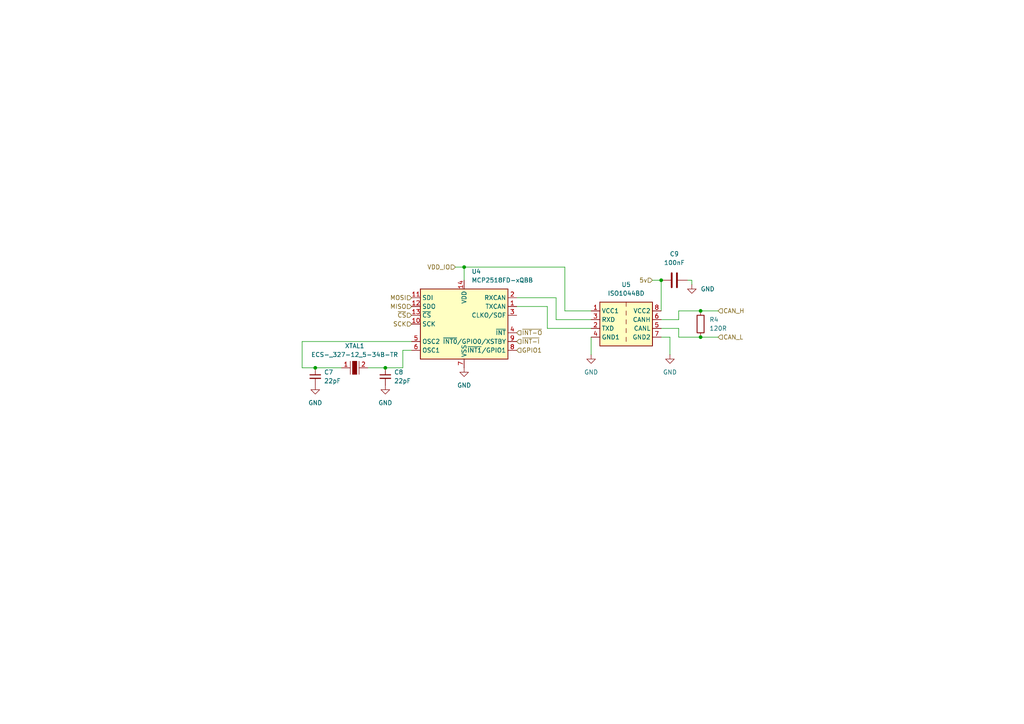
<source format=kicad_sch>
(kicad_sch (version 20250114) (generator "eeschema") (generator_version "9.0")
  (paper "A4")
  (lib_symbols
    (symbol "Device:C" (pin_numbers (hide yes)) (pin_names (offset 0.254))
      (property "Reference" "C" (at 0.635 2.54 0))
      (property "Value" "C" (at 0.635 -2.54 0))
      (symbol "C_0_1"
        (polyline (pts (xy -2.032 0.762) (xy 2.032 0.762)) (stroke (width 0.508)))
        (polyline (pts (xy -2.032 -0.762) (xy 2.032 -0.762)) (stroke (width 0.508)))
      )
      (symbol "C_1_1"
        (pin passive line (at 0 3.81 270) (length 2.794) (name "~") (number "1"))
        (pin passive line (at 0 -3.81 90) (length 2.794) (name "~") (number "2"))
      )
    )
    (symbol "Device:C_Small" (pin_numbers (hide yes)) (pin_names (offset 0.254) (hide yes))
      (property "Reference" "C" (at 0.254 1.778 0))
      (property "Value" "C_Small" (at 0.254 -2.032 0))
      (symbol "C_Small_0_1"
        (polyline (pts (xy -1.524 0.508) (xy 1.524 0.508)) (stroke (width 0.3048)))
        (polyline (pts (xy -1.524 -0.508) (xy 1.524 -0.508)) (stroke (width 0.3302)))
      )
      (symbol "C_Small_1_1"
        (pin passive line (at 0 2.54 270) (length 2.032) (name "~") (number "1"))
        (pin passive line (at 0 -2.54 90) (length 2.032) (name "~") (number "2"))
      )
    )
    (symbol "Device:R" (pin_numbers (hide yes)) (pin_names (offset 0))
      (property "Reference" "R" (at 2.032 0 90))
      (property "Value" "R" (at 0 0 90))
      (symbol "R_0_1"
        (rectangle (start -1.016 -2.54) (end 1.016 2.54) (stroke (width 0.254)))
      )
      (symbol "R_1_1"
        (pin passive line (at 0 3.81 270) (length 1.27) (name "~") (number "1"))
        (pin passive line (at 0 -3.81 90) (length 1.27) (name "~") (number "2"))
      )
    )
    (symbol "Interface_CAN_LIN:ISO1044BD"
      (property "Reference" "U" (at -6.35 6.35 0))
      (property "Value" "ISO1044BD" (at 2.54 6.35 0))
      (symbol "ISO1044BD_0_1"
        (rectangle (start -7.62 5.08) (end 7.62 -7.62) (stroke (width 0.254)) (fill (type background)))
        (polyline (pts (xy 0 5.08) (xy 0 3.81)))
        (polyline (pts (xy 0 2.54) (xy 0 1.27)))
        (polyline (pts (xy 0 0) (xy 0 -1.27)))
        (polyline (pts (xy 0 -2.54) (xy 0 -3.81)))
        (polyline (pts (xy 0 -5.08) (xy 0 -6.35)))
      )
      (symbol "ISO1044BD_1_1"
        (pin power_in line (at -10.16 2.54 0) (length 2.54) (name "VCC1") (number "1"))
        (pin output line (at -10.16 0 0) (length 2.54) (name "RXD") (number "3"))
        (pin input line (at -10.16 -2.54 0) (length 2.54) (name "TXD") (number "2"))
        (pin power_in line (at -10.16 -5.08 0) (length 2.54) (name "GND1") (number "4"))
        (pin power_in line (at 10.16 2.54 180) (length 2.54) (name "VCC2") (number "8"))
        (pin bidirectional line (at 10.16 0 180) (length 2.54) (name "CANH") (number "6"))
        (pin bidirectional line (at 10.16 -2.54 180) (length 2.54) (name "CANL") (number "5"))
        (pin power_in line (at 10.16 -5.08 180) (length 2.54) (name "GND2") (number "7"))
      )
    )
    (symbol "Interface_CAN_LIN:MCP2518FD-xQBB"
      (property "Reference" "U" (at 8.89 13.97 0))
      (property "Value" "MCP2518FD-xQBB" (at -3.81 13.97 0))
      (symbol "MCP2518FD-xQBB_0_1"
        (rectangle (start -12.7 10.16) (end 12.7 -10.16) (stroke (width 0.254)) (fill (type background)))
      )
      (symbol "MCP2518FD-xQBB_1_1"
        (pin input line (at -15.24 7.62 0) (length 2.54) (name "SDI") (number "11"))
        (pin output line (at -15.24 5.08 0) (length 2.54) (name "SDO") (number "12"))
        (pin input line (at -15.24 2.54 0) (length 2.54) (name "~{CS}") (number "13"))
        (pin input line (at -15.24 0 0) (length 2.54) (name "SCK") (number "10"))
        (pin output line (at -15.24 -5.08 0) (length 2.54) (name "OSC2") (number "5"))
        (pin input line (at -15.24 -7.62 0) (length 2.54) (name "OSC1") (number "6"))
        (pin power_in line (at 0 12.7 270) (length 2.54) (name "VDD") (number "14"))
        (pin passive line (at 0 -12.7 90) (length 2.54) (hide yes) (name "VSS") (number "15"))
        (pin power_in line (at 0 -12.7 90) (length 2.54) (name "VSS") (number "7"))
        (pin input line (at 15.24 7.62 180) (length 2.54) (name "RXCAN") (number "2"))
        (pin output line (at 15.24 5.08 180) (length 2.54) (name "TXCAN") (number "1"))
        (pin output line (at 15.24 2.54 180) (length 2.54) (name "CLKO/SOF") (number "3"))
        (pin output line (at 15.24 -2.54 180) (length 2.54) (name "~{INT}") (number "4"))
        (pin bidirectional line (at 15.24 -5.08 180) (length 2.54) (name "~{INT0}/GPIO0/XSTBY") (number "9"))
        (pin bidirectional line (at 15.24 -7.62 180) (length 2.54) (name "~{INT1}/GPIO1") (number "8"))
      )
    )
    (symbol "dk_Crystals:ECS-_327-12_5-34B-TR" (pin_names (offset 1.016))
      (property "Reference" "XTAL" (at 0 3.81 0))
      (property "Value" "ECS-_327-12_5-34B-TR" (at 0 -3.81 0))
      (symbol "ECS-_327-12_5-34B-TR_1_1"
        (polyline (pts (xy -1.27 1.905) (xy -1.27 -1.905)))
        (rectangle (start -0.635 1.905) (end 0.635 -1.905) (fill (type outline)))
        (polyline (pts (xy 1.27 1.905) (xy 1.27 -1.905)))
        (pin bidirectional line (at -3.81 0 0) (length 2.54) (name "~") (number "1"))
        (pin bidirectional line (at 3.81 0 180) (length 2.54) (name "~") (number "2"))
      )
    )
    (symbol "power:GND" (power) (pin_numbers (hide yes)) (pin_names (offset 0) (hide yes))
      (property "Value" "GND" (at 0 -3.81 0))
      (symbol "GND_0_1"
        (polyline (pts (xy 0 0) (xy 0 -1.27) (xy 1.27 -1.27) (xy 0 -2.54) (xy -1.27 -1.27) (xy 0 -1.27)))
      )
      (symbol "GND_1_1"
        (pin power_in line (at 0 0 270) (length 0) (name "~") (number "1"))
      )
    )
  )
  (junction (at 203.2 90.17))
  (junction (at 91.44 106.68))
  (junction (at 134.62 77.47))
  (junction (at 203.2 97.79))
  (junction (at 111.76 106.68))
  (junction (at 191.77 81.28))
  (wire (pts (xy 116.84 106.68) (xy 111.76 106.68)))
  (wire (pts (xy 171.45 90.17) (xy 163.83 90.17)))
  (wire (pts (xy 191.77 97.79) (xy 194.31 97.79)))
  (wire (pts (xy 149.86 88.9) (xy 158.75 88.9)))
  (wire (pts (xy 87.63 106.68) (xy 91.44 106.68)))
  (wire (pts (xy 91.44 106.68) (xy 99.06 106.68)))
  (wire (pts (xy 196.85 95.25) (xy 196.85 97.79)))
  (wire (pts (xy 134.62 77.47) (xy 132.08 77.47)))
  (wire (pts (xy 200.66 81.28) (xy 200.66 82.55)))
  (wire (pts (xy 158.75 95.25) (xy 171.45 95.25)))
  (wire (pts (xy 171.45 92.71) (xy 161.29 92.71)))
  (wire (pts (xy 116.84 106.68) (xy 116.84 101.6)))
  (wire (pts (xy 196.85 90.17) (xy 203.2 90.17)))
  (wire (pts (xy 196.85 92.71) (xy 196.85 90.17)))
  (wire (pts (xy 134.62 81.28) (xy 134.62 77.47)))
  (wire (pts (xy 203.2 97.79) (xy 208.28 97.79)))
  (wire (pts (xy 200.66 81.28) (xy 199.39 81.28)))
  (wire (pts (xy 191.77 92.71) (xy 196.85 92.71)))
  (wire (pts (xy 189.23 81.28) (xy 191.77 81.28)))
  (wire (pts (xy 196.85 97.79) (xy 203.2 97.79)))
  (wire (pts (xy 161.29 92.71) (xy 161.29 86.36)))
  (wire (pts (xy 87.63 99.06) (xy 87.63 106.68)))
  (wire (pts (xy 171.45 97.79) (xy 171.45 102.87)))
  (wire (pts (xy 161.29 86.36) (xy 149.86 86.36)))
  (wire (pts (xy 194.31 97.79) (xy 194.31 102.87)))
  (wire (pts (xy 163.83 90.17) (xy 163.83 77.47)))
  (wire (pts (xy 158.75 88.9) (xy 158.75 95.25)))
  (wire (pts (xy 119.38 101.6) (xy 116.84 101.6)))
  (wire (pts (xy 163.83 77.47) (xy 134.62 77.47)))
  (wire (pts (xy 203.2 90.17) (xy 208.28 90.17)))
  (wire (pts (xy 191.77 81.28) (xy 191.77 90.17)))
  (wire (pts (xy 119.38 99.06) (xy 87.63 99.06)))
  (wire (pts (xy 191.77 95.25) (xy 196.85 95.25)))
  (wire (pts (xy 111.76 106.68) (xy 106.68 106.68)))
  (hierarchical_label "CAN_L" (shape input) (at 208.28 97.79 0))
  (hierarchical_label "~{INT-I}" (shape input) (at 149.86 99.06 0))
  (hierarchical_label "MOSI" (shape input) (at 119.38 86.36 180))
  (hierarchical_label "~{CS}" (shape input) (at 119.38 91.44 180))
  (hierarchical_label "MISO" (shape input) (at 119.38 88.9 180))
  (hierarchical_label "~{INT-O}" (shape input) (at 149.86 96.52 0))
  (hierarchical_label "CAN_H" (shape input) (at 208.28 90.17 0))
  (hierarchical_label "VDD_IO" (shape input) (at 132.08 77.47 180))
  (hierarchical_label "5v" (shape input) (at 189.23 81.28 180))
  (hierarchical_label "SCK" (shape input) (at 119.38 93.98 180))
  (hierarchical_label "GPIO1" (shape input) (at 149.86 101.6 0))
  (symbol (lib_id "Device:R") (at 203.2 93.98 0) (unit 1)
    (property "Reference" "R4" (at 205.74 92.7099 0) (effects (justify left)))
    (property "Value" "120R" (at 205.74 95.2499 0) (effects (justify left)))
    (property "Footprint" "Resistor_SMD:R_0805_2012Metric" (effects (hide yes)))
    (property "Description" "Resistor" (effects (hide yes)))
    (instances (project "" (path "" (reference "R4") (unit 1)) (path "" (reference "R6") (unit 1)) (path "" (reference "R5") (unit 1))))
  )
  (symbol (lib_id "power:GND") (at 134.62 106.68 0) (unit 1)
    (property "Reference" "#PWR022" (effects (hide yes)))
    (property "Value" "GND" (at 134.62 111.76 0))
    (property "Description" "Power symbol creates a global label with name \"GND\" , ground" (effects (hide yes)))
    (instances (project "" (path "" (reference "#PWR022") (unit 1)) (path "" (reference "#PWR034") (unit 1)) (path "" (reference "#PWR028") (unit 1))))
  )
  (symbol (lib_id "Device:C_Small") (at 111.76 109.22 0) (unit 1)
    (property "Reference" "C8" (at 114.3 107.9562 0) (effects (justify left)))
    (property "Value" "22pF" (at 114.3 110.4962 0) (effects (justify left)))
    (property "Footprint" "Capacitor_SMD:C_0805_2012Metric_Pad1.18x1.45mm_HandSolder" (effects (hide yes)))
    (property "Description" "Unpolarized capacitor, small symbol" (effects (hide yes)))
    (instances (project "Telemetry-Logging-Board" (path "" (reference "C8") (unit 1)) (path "" (reference "C14") (unit 1)) (path "" (reference "C11") (unit 1))))
  )
  (symbol (lib_id "Device:C_Small") (at 91.44 109.22 0) (unit 1)
    (property "Reference" "C7" (at 93.98 107.9562 0) (effects (justify left)))
    (property "Value" "22pF" (at 93.98 110.4962 0) (effects (justify left)))
    (property "Footprint" "Capacitor_SMD:C_0805_2012Metric_Pad1.18x1.45mm_HandSolder" (effects (hide yes)))
    (property "Description" "Unpolarized capacitor, small symbol" (effects (hide yes)))
    (instances (project "" (path "" (reference "C7") (unit 1)) (path "" (reference "C13") (unit 1)) (path "" (reference "C10") (unit 1))))
  )
  (symbol (lib_id "power:GND") (at 200.66 82.55 0) (unit 1)
    (property "Reference" "#PWR025" (effects (hide yes)))
    (property "Value" "GND" (at 203.2 83.8199 0) (effects (justify left)))
    (property "Description" "Power symbol creates a global label with name \"GND\" , ground" (effects (hide yes)))
    (instances (project "" (path "" (reference "#PWR025") (unit 1)) (path "" (reference "#PWR037") (unit 1)) (path "" (reference "#PWR031") (unit 1))))
  )
  (symbol (lib_id "power:GND") (at 91.44 111.76 0) (unit 1)
    (property "Reference" "#PWR020" (effects (hide yes)))
    (property "Value" "GND" (at 91.44 116.84 0))
    (property "Description" "Power symbol creates a global label with name \"GND\" , ground" (effects (hide yes)))
    (instances (project "" (path "" (reference "#PWR020") (unit 1)) (path "" (reference "#PWR032") (unit 1)) (path "" (reference "#PWR026") (unit 1))))
  )
  (symbol (lib_id "Interface_CAN_LIN:MCP2518FD-xQBB") (at 134.62 93.98 0) (unit 1)
    (property "Reference" "U4" (at 136.7633 78.74 0) (effects (justify left)))
    (property "Value" "MCP2518FD-xQBB" (at 136.7633 81.28 0) (effects (justify left)))
    (property "Footprint" "Package_DFN_QFN:DFN-14-1EP_3x4.5mm_P0.65mm_EP1.65x4.25mm" (effects (hide yes)))
    (property "Datasheet" "https://ww1.microchip.com/downloads/aemDocuments/documents/OTH/ProductDocuments/DataSheets/External-CAN-FD-Controller-with-SPI-Interface-DS20006027B.pdf" (effects (hide yes)))
    (property "Description" "CAN FD Controller with SPI Interface, up to 8 Mbps, Vdd 2.7..5.5V,  functional safety ready, VDFN-14" (effects (hide yes)))
    (instances (project "Telemetry-Logging-Board" (path "" (reference "U4") (unit 1)) (path "" (reference "U8") (unit 1)) (path "" (reference "U6") (unit 1))))
  )
  (symbol (lib_id "power:GND") (at 171.45 102.87 0) (unit 1)
    (property "Reference" "#PWR023" (effects (hide yes)))
    (property "Value" "GND" (at 171.45 107.95 0))
    (property "Description" "Power symbol creates a global label with name \"GND\" , ground" (effects (hide yes)))
    (instances (project "" (path "" (reference "#PWR023") (unit 1)) (path "" (reference "#PWR035") (unit 1)) (path "" (reference "#PWR029") (unit 1))))
  )
  (symbol (lib_id "power:GND") (at 194.31 102.87 0) (unit 1)
    (property "Reference" "#PWR024" (effects (hide yes)))
    (property "Value" "GND" (at 194.31 107.95 0))
    (property "Description" "Power symbol creates a global label with name \"GND\" , ground" (effects (hide yes)))
    (instances (project "" (path "" (reference "#PWR024") (unit 1)) (path "" (reference "#PWR036") (unit 1)) (path "" (reference "#PWR030") (unit 1))))
  )
  (symbol (lib_id "dk_Crystals:ECS-_327-12_5-34B-TR") (at 102.87 106.68 0) (unit 1)
    (property "Reference" "XTAL1" (at 102.87 100.33 0))
    (property "Value" "ECS-_327-12_5-34B-TR" (at 102.87 102.87 0))
    (property "Footprint" "Crystal:Crystal_SMD_3215-2Pin_3.2x1.5mm" (effects (hide yes)))
    (property "Datasheet" "http://www.ecsxtal.com/store/pdf/ecx-31b.pdf" (effects (hide yes)))
    (property "Description" "CRYSTAL 32.7680KHZ 12.5PF SMD" (effects (hide yes)))
    (property "Digi-Key_PN" "XC1617CT-ND" (effects (hide yes)))
    (property "MPN" "ECS-.327-12.5-34B-TR" (effects (hide yes)))
    (property "Category" "Crystals, Oscillators, Resonators" (effects (hide yes)))
    (property "Family" "Crystals" (effects (hide yes)))
    (property "DK_Datasheet_Link" "http://www.ecsxtal.com/store/pdf/ecx-31b.pdf" (effects (hide yes)))
    (property "DK_Detail_Page" "/product-detail/en/ecs-inc/ECS-.327-12.5-34B-TR/XC1617CT-ND/1693786" (effects (hide yes)))
    (property "Description_1" "CRYSTAL 32.7680KHZ 12.5PF SMD" (effects (hide yes)))
    (property "Manufacturer" "ECS Inc." (effects (hide yes)))
    (property "Status" "Active" (effects (hide yes)))
    (instances (project "Telemetry-Logging-Board" (path "" (reference "XTAL1") (unit 1)) (path "" (reference "XTAL3") (unit 1)) (path "" (reference "XTAL2") (unit 1))))
  )
  (symbol (lib_id "Device:C") (at 195.58 81.28 270) (unit 1)
    (property "Reference" "C9" (at 195.58 73.66 90))
    (property "Value" "100nF" (at 195.58 76.2 90))
    (property "Footprint" "Capacitor_SMD:C_0805_2012Metric_Pad1.18x1.45mm_HandSolder" (effects (hide yes)))
    (property "Description" "Unpolarized capacitor" (effects (hide yes)))
    (instances (project "" (path "" (reference "C9") (unit 1)) (path "" (reference "C15") (unit 1)) (path "" (reference "C12") (unit 1))))
  )
  (symbol (lib_id "power:GND") (at 111.76 111.76 0) (unit 1)
    (property "Reference" "#PWR021" (effects (hide yes)))
    (property "Value" "GND" (at 111.76 116.84 0))
    (property "Description" "Power symbol creates a global label with name \"GND\" , ground" (effects (hide yes)))
    (instances (project "Telemetry-Logging-Board" (path "" (reference "#PWR021") (unit 1)) (path "" (reference "#PWR033") (unit 1)) (path "" (reference "#PWR027") (unit 1))))
  )
  (symbol (lib_id "Interface_CAN_LIN:ISO1044BD") (at 181.61 92.71 0) (unit 1)
    (property "Reference" "U5" (at 181.61 82.55 0))
    (property "Value" "ISO1044BD" (at 181.61 85.09 0))
    (property "Footprint" "Package_SO:SOIC-8_3.9x4.9mm_P1.27mm" (effects (hide yes)))
    (property "Datasheet" "https://www.ti.com/lit/ds/symlink/iso1044.pdf" (effects (hide yes)))
    (property "Description" "Isolated CAN FD Transceiver, SOIC-8" (effects (hide yes)))
    (instances (project "" (path "" (reference "U5") (unit 1)) (path "" (reference "U9") (unit 1)) (path "" (reference "U7") (unit 1))))
  )
)
</source>
